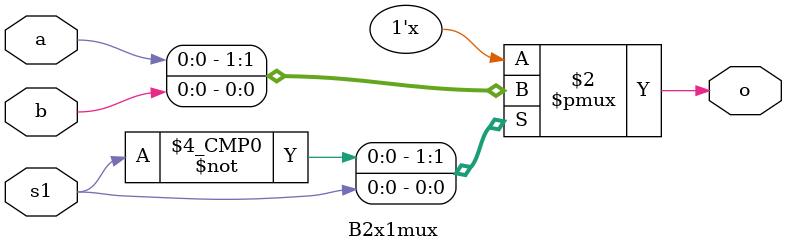
<source format=v>
`timescale 1ns / 1ps
module B2x1mux(o,a,b,s1
    );
input a,b,s1;
output o;
reg o;
always@(a,b,s1)
begin
case({s1})
1'b0:o=a;
1'b1:o=b;
default:o=1'bx;
endcase
end
endmodule

</source>
